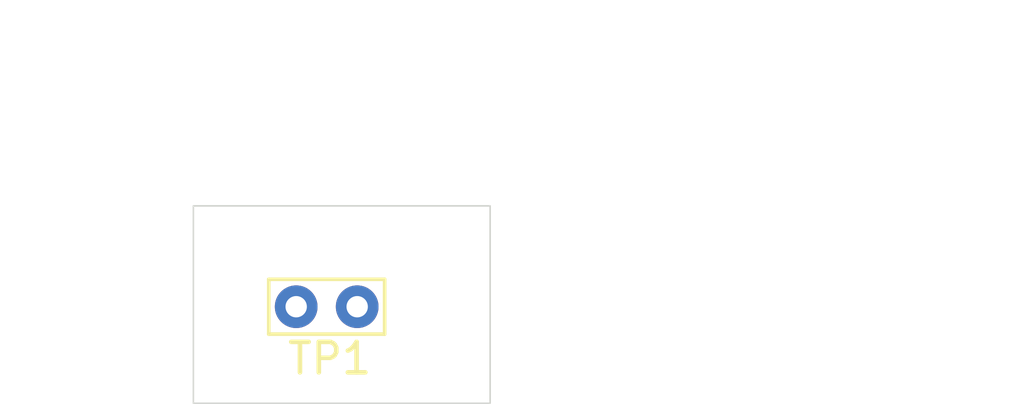
<source format=kicad_pcb>
(kicad_pcb (version 20240108) (generator "pcbnew") (generator_version "8.0")
  (layers (0 "F.Cu" signal) (31 "B.Cu" signal) (34 "B.Paste" user) (35 "F.Paste" user) (36 "B.SilkS" user "B.Silkscreen") (37 "F.SilkS" user "F.Silkscreen") (38 "B.Mask" user) (39 "F.Mask" user) (44 "Edge.Cuts" user))
  (net 0 "")
  (footprint "TestPoint:TestPoint_Bridge_Pitch2.0mm_Drill0.7mm" (layer "F.Cu") (at 138.030698 95.032002)
    (property "Reference" "TP1" (at 1.1 1.7 0) (layer "F.SilkS"))
    (property "Value" "TestPoint")
    (fp_line (start -0.9 -0.9) (end -0.9 0.9) (stroke (width 0.12)) (layer "F.SilkS"))
    (fp_line (start -0.9 0.9) (end 2.9 0.9) (stroke (width 0.12)) (layer "F.SilkS"))
    (fp_line (start 2.9 -0.9) (end -0.9 -0.9) (stroke (width 0.12)) (layer "F.SilkS"))
    (fp_line (start 2.9 0.9) (end 2.9 -0.9) (stroke (width 0.12)) (layer "F.SilkS"))
    (pad "1" thru_hole circle (at 0 0) (size 1.4 1.4) (drill 0.7) (layers "*.Cu" "*.Mask"))
    (pad "1" thru_hole circle (at 2 0) (size 1.4 1.4) (drill 0.7) (layers "*.Cu" "*.Mask"))
  )
  (gr_rect (start 134.659755 91.720974) (end 144.39064 98.204018) (stroke (width 0.05)) (fill none) (layer "Edge.Cuts"))
)
</source>
